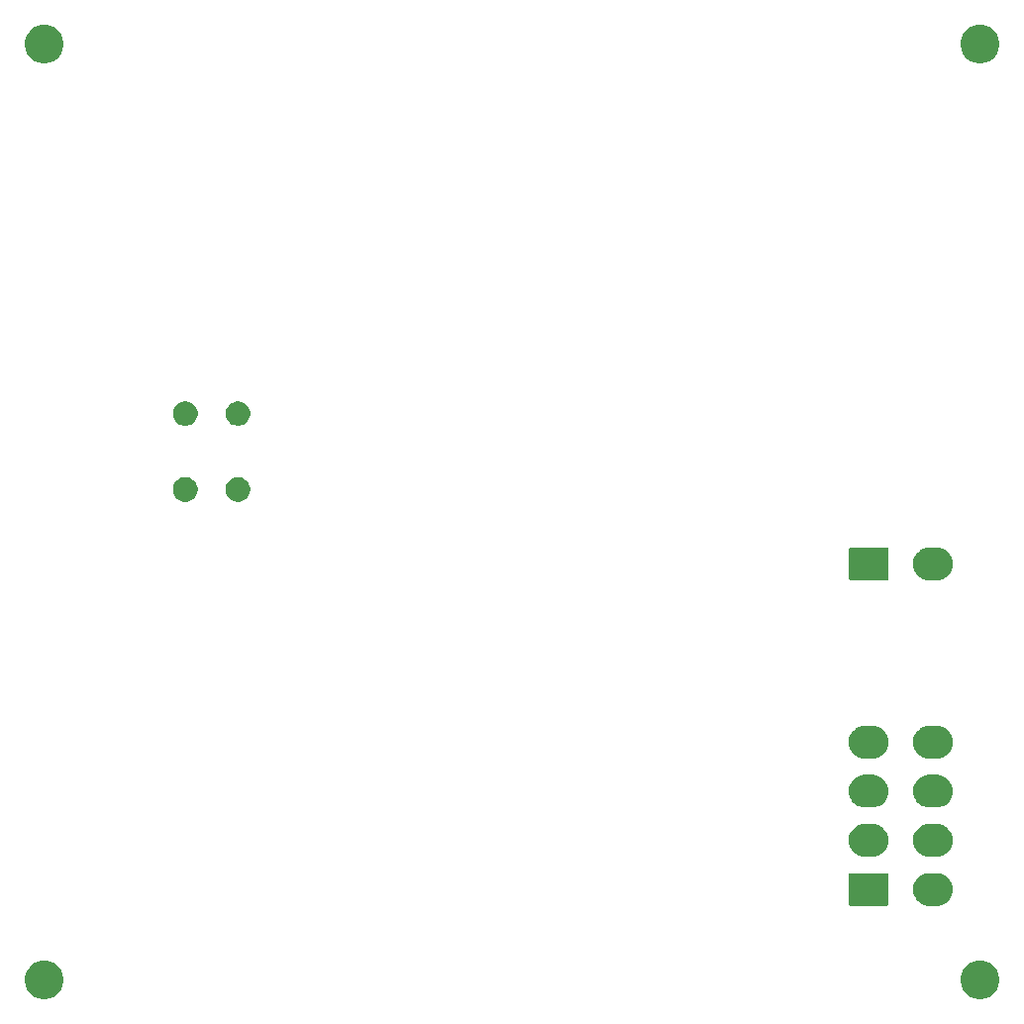
<source format=gbr>
G04 #@! TF.GenerationSoftware,KiCad,Pcbnew,(5.1.0)-1*
G04 #@! TF.CreationDate,2019-08-23T12:12:23+10:00*
G04 #@! TF.ProjectId,APPS,41505053-2e6b-4696-9361-645f70636258,rev?*
G04 #@! TF.SameCoordinates,Original*
G04 #@! TF.FileFunction,Soldermask,Bot*
G04 #@! TF.FilePolarity,Negative*
%FSLAX46Y46*%
G04 Gerber Fmt 4.6, Leading zero omitted, Abs format (unit mm)*
G04 Created by KiCad (PCBNEW (5.1.0)-1) date 2019-08-23 12:12:23*
%MOMM*%
%LPD*%
G04 APERTURE LIST*
%ADD10C,0.100000*%
G04 APERTURE END LIST*
D10*
G36*
X195320256Y-132376298D02*
G01*
X195426579Y-132397447D01*
X195727042Y-132521903D01*
X195997451Y-132702585D01*
X196227415Y-132932549D01*
X196408097Y-133202958D01*
X196532553Y-133503421D01*
X196596000Y-133822391D01*
X196596000Y-134147609D01*
X196532553Y-134466579D01*
X196408097Y-134767042D01*
X196227415Y-135037451D01*
X195997451Y-135267415D01*
X195727042Y-135448097D01*
X195426579Y-135572553D01*
X195320256Y-135593702D01*
X195107611Y-135636000D01*
X194782389Y-135636000D01*
X194569744Y-135593702D01*
X194463421Y-135572553D01*
X194162958Y-135448097D01*
X193892549Y-135267415D01*
X193662585Y-135037451D01*
X193481903Y-134767042D01*
X193357447Y-134466579D01*
X193294000Y-134147609D01*
X193294000Y-133822391D01*
X193357447Y-133503421D01*
X193481903Y-133202958D01*
X193662585Y-132932549D01*
X193892549Y-132702585D01*
X194162958Y-132521903D01*
X194463421Y-132397447D01*
X194569744Y-132376298D01*
X194782389Y-132334000D01*
X195107611Y-132334000D01*
X195320256Y-132376298D01*
X195320256Y-132376298D01*
G37*
G36*
X115320256Y-132376298D02*
G01*
X115426579Y-132397447D01*
X115727042Y-132521903D01*
X115997451Y-132702585D01*
X116227415Y-132932549D01*
X116408097Y-133202958D01*
X116532553Y-133503421D01*
X116596000Y-133822391D01*
X116596000Y-134147609D01*
X116532553Y-134466579D01*
X116408097Y-134767042D01*
X116227415Y-135037451D01*
X115997451Y-135267415D01*
X115727042Y-135448097D01*
X115426579Y-135572553D01*
X115320256Y-135593702D01*
X115107611Y-135636000D01*
X114782389Y-135636000D01*
X114569744Y-135593702D01*
X114463421Y-135572553D01*
X114162958Y-135448097D01*
X113892549Y-135267415D01*
X113662585Y-135037451D01*
X113481903Y-134767042D01*
X113357447Y-134466579D01*
X113294000Y-134147609D01*
X113294000Y-133822391D01*
X113357447Y-133503421D01*
X113481903Y-133202958D01*
X113662585Y-132932549D01*
X113892549Y-132702585D01*
X114162958Y-132521903D01*
X114463421Y-132397447D01*
X114569744Y-132376298D01*
X114782389Y-132334000D01*
X115107611Y-132334000D01*
X115320256Y-132376298D01*
X115320256Y-132376298D01*
G37*
G36*
X186994031Y-124867621D02*
G01*
X187023486Y-124876556D01*
X187050623Y-124891062D01*
X187074414Y-124910586D01*
X187093938Y-124934377D01*
X187108444Y-124961514D01*
X187117379Y-124990969D01*
X187121000Y-125027734D01*
X187121000Y-127502266D01*
X187117379Y-127539031D01*
X187108444Y-127568486D01*
X187093938Y-127595623D01*
X187074414Y-127619414D01*
X187050623Y-127638938D01*
X187023486Y-127653444D01*
X186994031Y-127662379D01*
X186957266Y-127666000D01*
X183882734Y-127666000D01*
X183845969Y-127662379D01*
X183816514Y-127653444D01*
X183789377Y-127638938D01*
X183765586Y-127619414D01*
X183746062Y-127595623D01*
X183731556Y-127568486D01*
X183722621Y-127539031D01*
X183719000Y-127502266D01*
X183719000Y-125027734D01*
X183722621Y-124990969D01*
X183731556Y-124961514D01*
X183746062Y-124934377D01*
X183765586Y-124910586D01*
X183789377Y-124891062D01*
X183816514Y-124876556D01*
X183845969Y-124867621D01*
X183882734Y-124864000D01*
X186957266Y-124864000D01*
X186994031Y-124867621D01*
X186994031Y-124867621D01*
G37*
G36*
X191391731Y-124874136D02*
G01*
X191494644Y-124884272D01*
X191690017Y-124943538D01*
X191758737Y-124964384D01*
X191961625Y-125072830D01*
X192002120Y-125094475D01*
X192057691Y-125140082D01*
X192215450Y-125269550D01*
X192344918Y-125427309D01*
X192390525Y-125482880D01*
X192390526Y-125482882D01*
X192520616Y-125726263D01*
X192520617Y-125726267D01*
X192600728Y-125990356D01*
X192627778Y-126265000D01*
X192600728Y-126539644D01*
X192541462Y-126735017D01*
X192520616Y-126803737D01*
X192397964Y-127033202D01*
X192390525Y-127047120D01*
X192344918Y-127102691D01*
X192215450Y-127260450D01*
X192057691Y-127389918D01*
X192002120Y-127435525D01*
X192002118Y-127435526D01*
X191758737Y-127565616D01*
X191690017Y-127586462D01*
X191494644Y-127645728D01*
X191391731Y-127655864D01*
X191288820Y-127666000D01*
X190551180Y-127666000D01*
X190448269Y-127655864D01*
X190345356Y-127645728D01*
X190149983Y-127586462D01*
X190081263Y-127565616D01*
X189837882Y-127435526D01*
X189837880Y-127435525D01*
X189782309Y-127389918D01*
X189624550Y-127260450D01*
X189495082Y-127102691D01*
X189449475Y-127047120D01*
X189442036Y-127033202D01*
X189319384Y-126803737D01*
X189298538Y-126735017D01*
X189239272Y-126539644D01*
X189212222Y-126265000D01*
X189239272Y-125990356D01*
X189319383Y-125726267D01*
X189319384Y-125726263D01*
X189449474Y-125482882D01*
X189449475Y-125482880D01*
X189495082Y-125427309D01*
X189624550Y-125269550D01*
X189782309Y-125140082D01*
X189837880Y-125094475D01*
X189878375Y-125072830D01*
X190081263Y-124964384D01*
X190149983Y-124943538D01*
X190345356Y-124884272D01*
X190448269Y-124874136D01*
X190551180Y-124864000D01*
X191288820Y-124864000D01*
X191391731Y-124874136D01*
X191391731Y-124874136D01*
G37*
G36*
X191391731Y-120674136D02*
G01*
X191494644Y-120684272D01*
X191690017Y-120743538D01*
X191758737Y-120764384D01*
X191988202Y-120887036D01*
X192002120Y-120894475D01*
X192057691Y-120940082D01*
X192215450Y-121069550D01*
X192344918Y-121227309D01*
X192390525Y-121282880D01*
X192390526Y-121282882D01*
X192520616Y-121526263D01*
X192520617Y-121526267D01*
X192600728Y-121790356D01*
X192627778Y-122065000D01*
X192600728Y-122339644D01*
X192541462Y-122535017D01*
X192520616Y-122603737D01*
X192397964Y-122833202D01*
X192390525Y-122847120D01*
X192344918Y-122902691D01*
X192215450Y-123060450D01*
X192057691Y-123189918D01*
X192002120Y-123235525D01*
X192002118Y-123235526D01*
X191758737Y-123365616D01*
X191690017Y-123386462D01*
X191494644Y-123445728D01*
X191391731Y-123455864D01*
X191288820Y-123466000D01*
X190551180Y-123466000D01*
X190448269Y-123455864D01*
X190345356Y-123445728D01*
X190149983Y-123386462D01*
X190081263Y-123365616D01*
X189837882Y-123235526D01*
X189837880Y-123235525D01*
X189782309Y-123189918D01*
X189624550Y-123060450D01*
X189495082Y-122902691D01*
X189449475Y-122847120D01*
X189442036Y-122833202D01*
X189319384Y-122603737D01*
X189298538Y-122535017D01*
X189239272Y-122339644D01*
X189212222Y-122065000D01*
X189239272Y-121790356D01*
X189319383Y-121526267D01*
X189319384Y-121526263D01*
X189449474Y-121282882D01*
X189449475Y-121282880D01*
X189495082Y-121227309D01*
X189624550Y-121069550D01*
X189782309Y-120940082D01*
X189837880Y-120894475D01*
X189851798Y-120887036D01*
X190081263Y-120764384D01*
X190149983Y-120743538D01*
X190345356Y-120684272D01*
X190448269Y-120674136D01*
X190551180Y-120664000D01*
X191288820Y-120664000D01*
X191391731Y-120674136D01*
X191391731Y-120674136D01*
G37*
G36*
X185891731Y-120674136D02*
G01*
X185994644Y-120684272D01*
X186190017Y-120743538D01*
X186258737Y-120764384D01*
X186488202Y-120887036D01*
X186502120Y-120894475D01*
X186557691Y-120940082D01*
X186715450Y-121069550D01*
X186844918Y-121227309D01*
X186890525Y-121282880D01*
X186890526Y-121282882D01*
X187020616Y-121526263D01*
X187020617Y-121526267D01*
X187100728Y-121790356D01*
X187127778Y-122065000D01*
X187100728Y-122339644D01*
X187041462Y-122535017D01*
X187020616Y-122603737D01*
X186897964Y-122833202D01*
X186890525Y-122847120D01*
X186844918Y-122902691D01*
X186715450Y-123060450D01*
X186557691Y-123189918D01*
X186502120Y-123235525D01*
X186502118Y-123235526D01*
X186258737Y-123365616D01*
X186190017Y-123386462D01*
X185994644Y-123445728D01*
X185891731Y-123455864D01*
X185788820Y-123466000D01*
X185051180Y-123466000D01*
X184948269Y-123455864D01*
X184845356Y-123445728D01*
X184649983Y-123386462D01*
X184581263Y-123365616D01*
X184337882Y-123235526D01*
X184337880Y-123235525D01*
X184282309Y-123189918D01*
X184124550Y-123060450D01*
X183995082Y-122902691D01*
X183949475Y-122847120D01*
X183942036Y-122833202D01*
X183819384Y-122603737D01*
X183798538Y-122535017D01*
X183739272Y-122339644D01*
X183712222Y-122065000D01*
X183739272Y-121790356D01*
X183819383Y-121526267D01*
X183819384Y-121526263D01*
X183949474Y-121282882D01*
X183949475Y-121282880D01*
X183995082Y-121227309D01*
X184124550Y-121069550D01*
X184282309Y-120940082D01*
X184337880Y-120894475D01*
X184351798Y-120887036D01*
X184581263Y-120764384D01*
X184649983Y-120743538D01*
X184845356Y-120684272D01*
X184948269Y-120674136D01*
X185051180Y-120664000D01*
X185788820Y-120664000D01*
X185891731Y-120674136D01*
X185891731Y-120674136D01*
G37*
G36*
X191391731Y-116474136D02*
G01*
X191494644Y-116484272D01*
X191690017Y-116543538D01*
X191758737Y-116564384D01*
X191988202Y-116687036D01*
X192002120Y-116694475D01*
X192057691Y-116740082D01*
X192215450Y-116869550D01*
X192344918Y-117027309D01*
X192390525Y-117082880D01*
X192390526Y-117082882D01*
X192520616Y-117326263D01*
X192520617Y-117326267D01*
X192600728Y-117590356D01*
X192627778Y-117865000D01*
X192600728Y-118139644D01*
X192541462Y-118335017D01*
X192520616Y-118403737D01*
X192397964Y-118633202D01*
X192390525Y-118647120D01*
X192344918Y-118702691D01*
X192215450Y-118860450D01*
X192057691Y-118989918D01*
X192002120Y-119035525D01*
X192002118Y-119035526D01*
X191758737Y-119165616D01*
X191690017Y-119186462D01*
X191494644Y-119245728D01*
X191391731Y-119255864D01*
X191288820Y-119266000D01*
X190551180Y-119266000D01*
X190448269Y-119255864D01*
X190345356Y-119245728D01*
X190149983Y-119186462D01*
X190081263Y-119165616D01*
X189837882Y-119035526D01*
X189837880Y-119035525D01*
X189782309Y-118989918D01*
X189624550Y-118860450D01*
X189495082Y-118702691D01*
X189449475Y-118647120D01*
X189442036Y-118633202D01*
X189319384Y-118403737D01*
X189298538Y-118335017D01*
X189239272Y-118139644D01*
X189212222Y-117865000D01*
X189239272Y-117590356D01*
X189319383Y-117326267D01*
X189319384Y-117326263D01*
X189449474Y-117082882D01*
X189449475Y-117082880D01*
X189495082Y-117027309D01*
X189624550Y-116869550D01*
X189782309Y-116740082D01*
X189837880Y-116694475D01*
X189851798Y-116687036D01*
X190081263Y-116564384D01*
X190149983Y-116543538D01*
X190345356Y-116484272D01*
X190448269Y-116474136D01*
X190551180Y-116464000D01*
X191288820Y-116464000D01*
X191391731Y-116474136D01*
X191391731Y-116474136D01*
G37*
G36*
X185891731Y-116474136D02*
G01*
X185994644Y-116484272D01*
X186190017Y-116543538D01*
X186258737Y-116564384D01*
X186488202Y-116687036D01*
X186502120Y-116694475D01*
X186557691Y-116740082D01*
X186715450Y-116869550D01*
X186844918Y-117027309D01*
X186890525Y-117082880D01*
X186890526Y-117082882D01*
X187020616Y-117326263D01*
X187020617Y-117326267D01*
X187100728Y-117590356D01*
X187127778Y-117865000D01*
X187100728Y-118139644D01*
X187041462Y-118335017D01*
X187020616Y-118403737D01*
X186897964Y-118633202D01*
X186890525Y-118647120D01*
X186844918Y-118702691D01*
X186715450Y-118860450D01*
X186557691Y-118989918D01*
X186502120Y-119035525D01*
X186502118Y-119035526D01*
X186258737Y-119165616D01*
X186190017Y-119186462D01*
X185994644Y-119245728D01*
X185891731Y-119255864D01*
X185788820Y-119266000D01*
X185051180Y-119266000D01*
X184948269Y-119255864D01*
X184845356Y-119245728D01*
X184649983Y-119186462D01*
X184581263Y-119165616D01*
X184337882Y-119035526D01*
X184337880Y-119035525D01*
X184282309Y-118989918D01*
X184124550Y-118860450D01*
X183995082Y-118702691D01*
X183949475Y-118647120D01*
X183942036Y-118633202D01*
X183819384Y-118403737D01*
X183798538Y-118335017D01*
X183739272Y-118139644D01*
X183712222Y-117865000D01*
X183739272Y-117590356D01*
X183819383Y-117326267D01*
X183819384Y-117326263D01*
X183949474Y-117082882D01*
X183949475Y-117082880D01*
X183995082Y-117027309D01*
X184124550Y-116869550D01*
X184282309Y-116740082D01*
X184337880Y-116694475D01*
X184351798Y-116687036D01*
X184581263Y-116564384D01*
X184649983Y-116543538D01*
X184845356Y-116484272D01*
X184948269Y-116474136D01*
X185051180Y-116464000D01*
X185788820Y-116464000D01*
X185891731Y-116474136D01*
X185891731Y-116474136D01*
G37*
G36*
X185891731Y-112274136D02*
G01*
X185994644Y-112284272D01*
X186190017Y-112343538D01*
X186258737Y-112364384D01*
X186488202Y-112487036D01*
X186502120Y-112494475D01*
X186557691Y-112540082D01*
X186715450Y-112669550D01*
X186844918Y-112827309D01*
X186890525Y-112882880D01*
X186890526Y-112882882D01*
X187020616Y-113126263D01*
X187020617Y-113126267D01*
X187100728Y-113390356D01*
X187127778Y-113665000D01*
X187100728Y-113939644D01*
X187041462Y-114135017D01*
X187020616Y-114203737D01*
X186897964Y-114433202D01*
X186890525Y-114447120D01*
X186844918Y-114502691D01*
X186715450Y-114660450D01*
X186557691Y-114789918D01*
X186502120Y-114835525D01*
X186502118Y-114835526D01*
X186258737Y-114965616D01*
X186190017Y-114986462D01*
X185994644Y-115045728D01*
X185891731Y-115055864D01*
X185788820Y-115066000D01*
X185051180Y-115066000D01*
X184948269Y-115055864D01*
X184845356Y-115045728D01*
X184649983Y-114986462D01*
X184581263Y-114965616D01*
X184337882Y-114835526D01*
X184337880Y-114835525D01*
X184282309Y-114789918D01*
X184124550Y-114660450D01*
X183995082Y-114502691D01*
X183949475Y-114447120D01*
X183942036Y-114433202D01*
X183819384Y-114203737D01*
X183798538Y-114135017D01*
X183739272Y-113939644D01*
X183712222Y-113665000D01*
X183739272Y-113390356D01*
X183819383Y-113126267D01*
X183819384Y-113126263D01*
X183949474Y-112882882D01*
X183949475Y-112882880D01*
X183995082Y-112827309D01*
X184124550Y-112669550D01*
X184282309Y-112540082D01*
X184337880Y-112494475D01*
X184351798Y-112487036D01*
X184581263Y-112364384D01*
X184649983Y-112343538D01*
X184845356Y-112284272D01*
X184948269Y-112274136D01*
X185051180Y-112264000D01*
X185788820Y-112264000D01*
X185891731Y-112274136D01*
X185891731Y-112274136D01*
G37*
G36*
X191391731Y-112274136D02*
G01*
X191494644Y-112284272D01*
X191690017Y-112343538D01*
X191758737Y-112364384D01*
X191988202Y-112487036D01*
X192002120Y-112494475D01*
X192057691Y-112540082D01*
X192215450Y-112669550D01*
X192344918Y-112827309D01*
X192390525Y-112882880D01*
X192390526Y-112882882D01*
X192520616Y-113126263D01*
X192520617Y-113126267D01*
X192600728Y-113390356D01*
X192627778Y-113665000D01*
X192600728Y-113939644D01*
X192541462Y-114135017D01*
X192520616Y-114203737D01*
X192397964Y-114433202D01*
X192390525Y-114447120D01*
X192344918Y-114502691D01*
X192215450Y-114660450D01*
X192057691Y-114789918D01*
X192002120Y-114835525D01*
X192002118Y-114835526D01*
X191758737Y-114965616D01*
X191690017Y-114986462D01*
X191494644Y-115045728D01*
X191391731Y-115055864D01*
X191288820Y-115066000D01*
X190551180Y-115066000D01*
X190448269Y-115055864D01*
X190345356Y-115045728D01*
X190149983Y-114986462D01*
X190081263Y-114965616D01*
X189837882Y-114835526D01*
X189837880Y-114835525D01*
X189782309Y-114789918D01*
X189624550Y-114660450D01*
X189495082Y-114502691D01*
X189449475Y-114447120D01*
X189442036Y-114433202D01*
X189319384Y-114203737D01*
X189298538Y-114135017D01*
X189239272Y-113939644D01*
X189212222Y-113665000D01*
X189239272Y-113390356D01*
X189319383Y-113126267D01*
X189319384Y-113126263D01*
X189449474Y-112882882D01*
X189449475Y-112882880D01*
X189495082Y-112827309D01*
X189624550Y-112669550D01*
X189782309Y-112540082D01*
X189837880Y-112494475D01*
X189851798Y-112487036D01*
X190081263Y-112364384D01*
X190149983Y-112343538D01*
X190345356Y-112284272D01*
X190448269Y-112274136D01*
X190551180Y-112264000D01*
X191288820Y-112264000D01*
X191391731Y-112274136D01*
X191391731Y-112274136D01*
G37*
G36*
X186994031Y-97027621D02*
G01*
X187023486Y-97036556D01*
X187050623Y-97051062D01*
X187074414Y-97070586D01*
X187093938Y-97094377D01*
X187108444Y-97121514D01*
X187117379Y-97150969D01*
X187121000Y-97187734D01*
X187121000Y-99662266D01*
X187117379Y-99699031D01*
X187108444Y-99728486D01*
X187093938Y-99755623D01*
X187074414Y-99779414D01*
X187050623Y-99798938D01*
X187023486Y-99813444D01*
X186994031Y-99822379D01*
X186957266Y-99826000D01*
X183882734Y-99826000D01*
X183845969Y-99822379D01*
X183816514Y-99813444D01*
X183789377Y-99798938D01*
X183765586Y-99779414D01*
X183746062Y-99755623D01*
X183731556Y-99728486D01*
X183722621Y-99699031D01*
X183719000Y-99662266D01*
X183719000Y-97187734D01*
X183722621Y-97150969D01*
X183731556Y-97121514D01*
X183746062Y-97094377D01*
X183765586Y-97070586D01*
X183789377Y-97051062D01*
X183816514Y-97036556D01*
X183845969Y-97027621D01*
X183882734Y-97024000D01*
X186957266Y-97024000D01*
X186994031Y-97027621D01*
X186994031Y-97027621D01*
G37*
G36*
X191391731Y-97034136D02*
G01*
X191494644Y-97044272D01*
X191690017Y-97103538D01*
X191758737Y-97124384D01*
X191961625Y-97232830D01*
X192002120Y-97254475D01*
X192057691Y-97300082D01*
X192215450Y-97429550D01*
X192344918Y-97587309D01*
X192390525Y-97642880D01*
X192390526Y-97642882D01*
X192520616Y-97886263D01*
X192520617Y-97886267D01*
X192600728Y-98150356D01*
X192627778Y-98425000D01*
X192600728Y-98699644D01*
X192541462Y-98895017D01*
X192520616Y-98963737D01*
X192397964Y-99193202D01*
X192390525Y-99207120D01*
X192344918Y-99262691D01*
X192215450Y-99420450D01*
X192057691Y-99549918D01*
X192002120Y-99595525D01*
X192002118Y-99595526D01*
X191758737Y-99725616D01*
X191690017Y-99746462D01*
X191494644Y-99805728D01*
X191391731Y-99815864D01*
X191288820Y-99826000D01*
X190551180Y-99826000D01*
X190448269Y-99815864D01*
X190345356Y-99805728D01*
X190149983Y-99746462D01*
X190081263Y-99725616D01*
X189837882Y-99595526D01*
X189837880Y-99595525D01*
X189782309Y-99549918D01*
X189624550Y-99420450D01*
X189495082Y-99262691D01*
X189449475Y-99207120D01*
X189442036Y-99193202D01*
X189319384Y-98963737D01*
X189298538Y-98895017D01*
X189239272Y-98699644D01*
X189212222Y-98425000D01*
X189239272Y-98150356D01*
X189319383Y-97886267D01*
X189319384Y-97886263D01*
X189449474Y-97642882D01*
X189449475Y-97642880D01*
X189495082Y-97587309D01*
X189624550Y-97429550D01*
X189782309Y-97300082D01*
X189837880Y-97254475D01*
X189878375Y-97232830D01*
X190081263Y-97124384D01*
X190149983Y-97103538D01*
X190345356Y-97044272D01*
X190448269Y-97034136D01*
X190551180Y-97024000D01*
X191288820Y-97024000D01*
X191391731Y-97034136D01*
X191391731Y-97034136D01*
G37*
G36*
X131806564Y-91064389D02*
G01*
X131997833Y-91143615D01*
X131997835Y-91143616D01*
X132169973Y-91258635D01*
X132316365Y-91405027D01*
X132431385Y-91577167D01*
X132510611Y-91768436D01*
X132551000Y-91971484D01*
X132551000Y-92178516D01*
X132510611Y-92381564D01*
X132431385Y-92572833D01*
X132431384Y-92572835D01*
X132316365Y-92744973D01*
X132169973Y-92891365D01*
X131997835Y-93006384D01*
X131997834Y-93006385D01*
X131997833Y-93006385D01*
X131806564Y-93085611D01*
X131603516Y-93126000D01*
X131396484Y-93126000D01*
X131193436Y-93085611D01*
X131002167Y-93006385D01*
X131002166Y-93006385D01*
X131002165Y-93006384D01*
X130830027Y-92891365D01*
X130683635Y-92744973D01*
X130568616Y-92572835D01*
X130568615Y-92572833D01*
X130489389Y-92381564D01*
X130449000Y-92178516D01*
X130449000Y-91971484D01*
X130489389Y-91768436D01*
X130568615Y-91577167D01*
X130683635Y-91405027D01*
X130830027Y-91258635D01*
X131002165Y-91143616D01*
X131002167Y-91143615D01*
X131193436Y-91064389D01*
X131396484Y-91024000D01*
X131603516Y-91024000D01*
X131806564Y-91064389D01*
X131806564Y-91064389D01*
G37*
G36*
X127306564Y-91064389D02*
G01*
X127497833Y-91143615D01*
X127497835Y-91143616D01*
X127669973Y-91258635D01*
X127816365Y-91405027D01*
X127931385Y-91577167D01*
X128010611Y-91768436D01*
X128051000Y-91971484D01*
X128051000Y-92178516D01*
X128010611Y-92381564D01*
X127931385Y-92572833D01*
X127931384Y-92572835D01*
X127816365Y-92744973D01*
X127669973Y-92891365D01*
X127497835Y-93006384D01*
X127497834Y-93006385D01*
X127497833Y-93006385D01*
X127306564Y-93085611D01*
X127103516Y-93126000D01*
X126896484Y-93126000D01*
X126693436Y-93085611D01*
X126502167Y-93006385D01*
X126502166Y-93006385D01*
X126502165Y-93006384D01*
X126330027Y-92891365D01*
X126183635Y-92744973D01*
X126068616Y-92572835D01*
X126068615Y-92572833D01*
X125989389Y-92381564D01*
X125949000Y-92178516D01*
X125949000Y-91971484D01*
X125989389Y-91768436D01*
X126068615Y-91577167D01*
X126183635Y-91405027D01*
X126330027Y-91258635D01*
X126502165Y-91143616D01*
X126502167Y-91143615D01*
X126693436Y-91064389D01*
X126896484Y-91024000D01*
X127103516Y-91024000D01*
X127306564Y-91064389D01*
X127306564Y-91064389D01*
G37*
G36*
X127306564Y-84564389D02*
G01*
X127497833Y-84643615D01*
X127497835Y-84643616D01*
X127669973Y-84758635D01*
X127816365Y-84905027D01*
X127931385Y-85077167D01*
X128010611Y-85268436D01*
X128051000Y-85471484D01*
X128051000Y-85678516D01*
X128010611Y-85881564D01*
X127931385Y-86072833D01*
X127931384Y-86072835D01*
X127816365Y-86244973D01*
X127669973Y-86391365D01*
X127497835Y-86506384D01*
X127497834Y-86506385D01*
X127497833Y-86506385D01*
X127306564Y-86585611D01*
X127103516Y-86626000D01*
X126896484Y-86626000D01*
X126693436Y-86585611D01*
X126502167Y-86506385D01*
X126502166Y-86506385D01*
X126502165Y-86506384D01*
X126330027Y-86391365D01*
X126183635Y-86244973D01*
X126068616Y-86072835D01*
X126068615Y-86072833D01*
X125989389Y-85881564D01*
X125949000Y-85678516D01*
X125949000Y-85471484D01*
X125989389Y-85268436D01*
X126068615Y-85077167D01*
X126183635Y-84905027D01*
X126330027Y-84758635D01*
X126502165Y-84643616D01*
X126502167Y-84643615D01*
X126693436Y-84564389D01*
X126896484Y-84524000D01*
X127103516Y-84524000D01*
X127306564Y-84564389D01*
X127306564Y-84564389D01*
G37*
G36*
X131806564Y-84564389D02*
G01*
X131997833Y-84643615D01*
X131997835Y-84643616D01*
X132169973Y-84758635D01*
X132316365Y-84905027D01*
X132431385Y-85077167D01*
X132510611Y-85268436D01*
X132551000Y-85471484D01*
X132551000Y-85678516D01*
X132510611Y-85881564D01*
X132431385Y-86072833D01*
X132431384Y-86072835D01*
X132316365Y-86244973D01*
X132169973Y-86391365D01*
X131997835Y-86506384D01*
X131997834Y-86506385D01*
X131997833Y-86506385D01*
X131806564Y-86585611D01*
X131603516Y-86626000D01*
X131396484Y-86626000D01*
X131193436Y-86585611D01*
X131002167Y-86506385D01*
X131002166Y-86506385D01*
X131002165Y-86506384D01*
X130830027Y-86391365D01*
X130683635Y-86244973D01*
X130568616Y-86072835D01*
X130568615Y-86072833D01*
X130489389Y-85881564D01*
X130449000Y-85678516D01*
X130449000Y-85471484D01*
X130489389Y-85268436D01*
X130568615Y-85077167D01*
X130683635Y-84905027D01*
X130830027Y-84758635D01*
X131002165Y-84643616D01*
X131002167Y-84643615D01*
X131193436Y-84564389D01*
X131396484Y-84524000D01*
X131603516Y-84524000D01*
X131806564Y-84564389D01*
X131806564Y-84564389D01*
G37*
G36*
X115320256Y-52376298D02*
G01*
X115426579Y-52397447D01*
X115727042Y-52521903D01*
X115997451Y-52702585D01*
X116227415Y-52932549D01*
X116408097Y-53202958D01*
X116532553Y-53503421D01*
X116596000Y-53822391D01*
X116596000Y-54147609D01*
X116532553Y-54466579D01*
X116408097Y-54767042D01*
X116227415Y-55037451D01*
X115997451Y-55267415D01*
X115727042Y-55448097D01*
X115426579Y-55572553D01*
X115320256Y-55593702D01*
X115107611Y-55636000D01*
X114782389Y-55636000D01*
X114569744Y-55593702D01*
X114463421Y-55572553D01*
X114162958Y-55448097D01*
X113892549Y-55267415D01*
X113662585Y-55037451D01*
X113481903Y-54767042D01*
X113357447Y-54466579D01*
X113294000Y-54147609D01*
X113294000Y-53822391D01*
X113357447Y-53503421D01*
X113481903Y-53202958D01*
X113662585Y-52932549D01*
X113892549Y-52702585D01*
X114162958Y-52521903D01*
X114463421Y-52397447D01*
X114569744Y-52376298D01*
X114782389Y-52334000D01*
X115107611Y-52334000D01*
X115320256Y-52376298D01*
X115320256Y-52376298D01*
G37*
G36*
X195320256Y-52376298D02*
G01*
X195426579Y-52397447D01*
X195727042Y-52521903D01*
X195997451Y-52702585D01*
X196227415Y-52932549D01*
X196408097Y-53202958D01*
X196532553Y-53503421D01*
X196596000Y-53822391D01*
X196596000Y-54147609D01*
X196532553Y-54466579D01*
X196408097Y-54767042D01*
X196227415Y-55037451D01*
X195997451Y-55267415D01*
X195727042Y-55448097D01*
X195426579Y-55572553D01*
X195320256Y-55593702D01*
X195107611Y-55636000D01*
X194782389Y-55636000D01*
X194569744Y-55593702D01*
X194463421Y-55572553D01*
X194162958Y-55448097D01*
X193892549Y-55267415D01*
X193662585Y-55037451D01*
X193481903Y-54767042D01*
X193357447Y-54466579D01*
X193294000Y-54147609D01*
X193294000Y-53822391D01*
X193357447Y-53503421D01*
X193481903Y-53202958D01*
X193662585Y-52932549D01*
X193892549Y-52702585D01*
X194162958Y-52521903D01*
X194463421Y-52397447D01*
X194569744Y-52376298D01*
X194782389Y-52334000D01*
X195107611Y-52334000D01*
X195320256Y-52376298D01*
X195320256Y-52376298D01*
G37*
M02*

</source>
